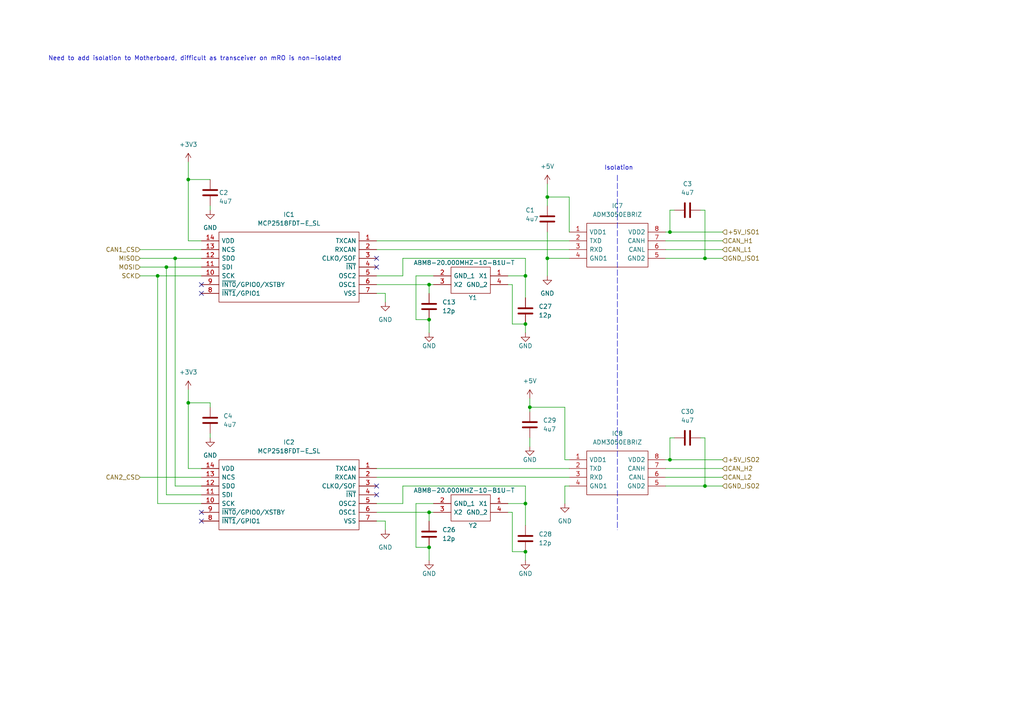
<source format=kicad_sch>
(kicad_sch (version 20211123) (generator eeschema)
  (paper "A4")
  (lib_symbols
    (symbol "Device:C" (pin_numbers hide) (pin_names (offset 0.254))
      (property "Reference" "C" (at 0.635 2.54 0))
      (property "Value" "C" (at 0.635 -2.54 0))
      (symbol "C_0_1"
        (polyline (pts (xy -2.032 -0.762) (xy 2.032 -0.762)) (stroke (width 0.508)))
        (polyline (pts (xy -2.032 0.762) (xy 2.032 0.762)) (stroke (width 0.508)))
      )
      (symbol "C_1_1"
        (pin passive line (at 0 3.81 270) (length 2.794) (name "~") (number "1"))
        (pin passive line (at 0 -3.81 90) (length 2.794) (name "~") (number "2"))
      )
    )
    (symbol "MAG_CAN_Transceivers:ADM3050EBRIZ" (pin_names (offset 0.762))
      (property "Reference" "IC" (at 24.13 7.62 0))
      (property "Value" "ADM3050EBRIZ" (at 24.13 5.08 0))
      (symbol "ADM3050EBRIZ_0_0"
        (pin passive line (at 0 0 0) (length 5.08) (name "VDD1") (number "1"))
        (pin passive line (at 0 -2.54 0) (length 5.08) (name "TXD") (number "2"))
        (pin passive line (at 0 -5.08 0) (length 5.08) (name "RXD") (number "3"))
        (pin passive line (at 0 -7.62 0) (length 5.08) (name "GND1") (number "4"))
        (pin passive line (at 27.94 -7.62 180) (length 5.08) (name "GND2") (number "5"))
        (pin passive line (at 27.94 -5.08 180) (length 5.08) (name "CANL") (number "6"))
        (pin passive line (at 27.94 -2.54 180) (length 5.08) (name "CANH") (number "7"))
        (pin passive line (at 27.94 0 180) (length 5.08) (name "VDD2") (number "8"))
      )
      (symbol "ADM3050EBRIZ_0_1"
        (polyline (pts (xy 5.08 2.54) (xy 22.86 2.54) (xy 22.86 -10.16) (xy 5.08 -10.16) (xy 5.08 2.54)) (stroke (width 0.1524)))
      )
    )
    (symbol "MAG_CAN_Transceivers:MCP2518FDT-E_SL" (pin_names (offset 0.762))
      (property "Reference" "IC" (at 46.99 7.62 0))
      (property "Value" "MCP2518FDT-E_SL" (at 46.99 5.08 0))
      (symbol "MCP2518FDT-E_SL_0_0"
        (pin passive line (at 0 0 0) (length 5.08) (name "TXCAN") (number "1"))
        (pin passive line (at 50.8 -10.16 180) (length 5.08) (name "SCK") (number "10"))
        (pin passive line (at 50.8 -7.62 180) (length 5.08) (name "SDI") (number "11"))
        (pin passive line (at 50.8 -5.08 180) (length 5.08) (name "SDO") (number "12"))
        (pin passive line (at 50.8 -2.54 180) (length 5.08) (name "NCS") (number "13"))
        (pin passive line (at 50.8 0 180) (length 5.08) (name "VDD") (number "14"))
        (pin passive line (at 0 -2.54 0) (length 5.08) (name "RXCAN") (number "2"))
        (pin passive line (at 0 -5.08 0) (length 5.08) (name "CLKO/SOF") (number "3"))
        (pin passive line (at 0 -7.62 0) (length 5.08) (name "~{INT}") (number "4"))
        (pin passive line (at 0 -10.16 0) (length 5.08) (name "OSC2") (number "5"))
        (pin passive line (at 0 -12.7 0) (length 5.08) (name "OSC1") (number "6"))
        (pin passive line (at 0 -15.24 0) (length 5.08) (name "VSS") (number "7"))
        (pin passive line (at 50.8 -15.24 180) (length 5.08) (name "~{INT1}/GPIO1") (number "8"))
        (pin passive line (at 50.8 -12.7 180) (length 5.08) (name "~{INT0}/GPIO0/XSTBY") (number "9"))
      )
      (symbol "MCP2518FDT-E_SL_0_1"
        (polyline (pts (xy 5.08 2.54) (xy 45.72 2.54) (xy 45.72 -17.78) (xy 5.08 -17.78) (xy 5.08 2.54)) (stroke (width 0.1524)))
      )
    )
    (symbol "MAG_Crystals:ABM8-20.000MHZ-10-B1U-T" (pin_names (offset 0.762))
      (property "Reference" "Y" (at 26.67 7.62 0))
      (property "Value" "ABM8-20.000MHZ-10-B1U-T" (at 26.67 5.08 0))
      (symbol "ABM8-20.000MHZ-10-B1U-T_0_0"
        (pin passive line (at 0 -2.54 0) (length 5.08) (name "X1") (number "1"))
        (pin passive line (at 21.59 -2.54 180) (length 5.08) (name "GND_1") (number "2"))
        (pin passive line (at 21.59 0 180) (length 5.08) (name "X2") (number "3"))
        (pin passive line (at 0 0 0) (length 5.08) (name "GND_2") (number "4"))
      )
      (symbol "ABM8-20.000MHZ-10-B1U-T_0_1"
        (polyline (pts (xy 5.08 2.54) (xy 16.51 2.54) (xy 16.51 -5.08) (xy 5.08 -5.08) (xy 5.08 2.54)) (stroke (width 0.1524)))
      )
    )
    (symbol "power:+3V3" (power) (pin_names (offset 0))
      (property "Value" "+3V3" (at 0 3.556 0))
      (symbol "+3V3_0_1"
        (polyline (pts (xy -0.762 1.27) (xy 0 2.54)))
        (polyline (pts (xy 0 0) (xy 0 2.54)))
        (polyline (pts (xy 0 2.54) (xy 0.762 1.27)))
      )
      (symbol "+3V3_1_1"
        (pin power_in line (at 0 0 90) (length 0) hide (name "+3V3") (number "1"))
      )
    )
    (symbol "power:+5V" (power) (pin_names (offset 0))
      (property "Value" "+5V" (at 0 3.556 0))
      (symbol "+5V_0_1"
        (polyline (pts (xy -0.762 1.27) (xy 0 2.54)))
        (polyline (pts (xy 0 0) (xy 0 2.54)))
        (polyline (pts (xy 0 2.54) (xy 0.762 1.27)))
      )
      (symbol "+5V_1_1"
        (pin power_in line (at 0 0 90) (length 0) hide (name "+5V") (number "1"))
      )
    )
    (symbol "power:GND" (power) (pin_names (offset 0))
      (property "Value" "GND" (at 0 -3.81 0))
      (symbol "GND_0_1"
        (polyline (pts (xy 0 0) (xy 0 -1.27) (xy 1.27 -1.27) (xy 0 -2.54) (xy -1.27 -1.27) (xy 0 -1.27)))
      )
      (symbol "GND_1_1"
        (pin power_in line (at 0 0 270) (length 0) hide (name "GND") (number "1"))
      )
    )
  )
  (junction (at 124.46 148.59))
  (junction (at 48.26 77.47))
  (junction (at 124.46 92.71))
  (junction (at 50.8 74.93))
  (junction (at 124.46 158.75))
  (junction (at 152.4 93.98))
  (junction (at 158.75 74.93))
  (junction (at 153.67 118.11))
  (junction (at 152.4 80.01))
  (junction (at 194.31 67.31))
  (junction (at 54.61 52.07))
  (junction (at 204.47 74.93))
  (junction (at 204.47 140.97))
  (junction (at 124.46 82.55))
  (junction (at 152.4 146.05))
  (junction (at 152.4 160.02))
  (junction (at 194.31 133.35))
  (junction (at 54.61 116.84))
  (junction (at 45.72 80.01))
  (junction (at 158.75 57.15))
  (no_connect (at 58.42 151.13))
  (no_connect (at 58.42 85.09))
  (no_connect (at 109.22 74.93))
  (no_connect (at 109.22 77.47))
  (no_connect (at 58.42 82.55))
  (no_connect (at 109.22 140.97))
  (no_connect (at 109.22 143.51))
  (no_connect (at 58.42 148.59))
  (wire (pts (xy 120.65 158.75) (xy 124.46 158.75)))
  (wire (pts (xy 194.31 127) (xy 194.31 133.35)))
  (wire (pts (xy 163.83 133.35) (xy 163.83 118.11)))
  (polyline (pts (xy 179.07 50.8) (xy 179.07 153.67)))
  (wire (pts (xy 54.61 116.84) (xy 54.61 135.89)))
  (wire (pts (xy 60.96 52.07) (xy 54.61 52.07)))
  (wire (pts (xy 193.04 135.89) (xy 209.55 135.89)))
  (wire (pts (xy 111.76 151.13) (xy 109.22 151.13)))
  (wire (pts (xy 148.59 82.55) (xy 148.59 93.98)))
  (wire (pts (xy 40.64 74.93) (xy 50.8 74.93)))
  (wire (pts (xy 60.96 116.84) (xy 54.61 116.84)))
  (wire (pts (xy 152.4 160.02) (xy 148.59 160.02)))
  (wire (pts (xy 40.64 80.01) (xy 45.72 80.01)))
  (wire (pts (xy 40.64 77.47) (xy 48.26 77.47)))
  (wire (pts (xy 120.65 92.71) (xy 124.46 92.71)))
  (wire (pts (xy 204.47 60.96) (xy 203.2 60.96)))
  (wire (pts (xy 116.84 74.93) (xy 152.4 74.93)))
  (wire (pts (xy 165.1 67.31) (xy 165.1 57.15)))
  (wire (pts (xy 58.42 146.05) (xy 45.72 146.05)))
  (wire (pts (xy 58.42 143.51) (xy 48.26 143.51)))
  (wire (pts (xy 124.46 82.55) (xy 124.46 85.09)))
  (wire (pts (xy 50.8 74.93) (xy 58.42 74.93)))
  (wire (pts (xy 58.42 140.97) (xy 50.8 140.97)))
  (wire (pts (xy 45.72 80.01) (xy 58.42 80.01)))
  (wire (pts (xy 165.1 57.15) (xy 158.75 57.15)))
  (wire (pts (xy 60.96 59.69) (xy 60.96 60.96)))
  (wire (pts (xy 204.47 74.93) (xy 209.55 74.93)))
  (wire (pts (xy 109.22 148.59) (xy 124.46 148.59)))
  (wire (pts (xy 116.84 80.01) (xy 116.84 74.93)))
  (wire (pts (xy 124.46 148.59) (xy 124.46 151.13)))
  (wire (pts (xy 204.47 127) (xy 203.2 127)))
  (wire (pts (xy 111.76 87.63) (xy 111.76 85.09)))
  (wire (pts (xy 116.84 140.97) (xy 152.4 140.97)))
  (wire (pts (xy 194.31 67.31) (xy 209.55 67.31)))
  (wire (pts (xy 111.76 153.67) (xy 111.76 151.13)))
  (wire (pts (xy 124.46 158.75) (xy 124.46 162.56)))
  (wire (pts (xy 158.75 74.93) (xy 158.75 80.01)))
  (wire (pts (xy 50.8 74.93) (xy 50.8 140.97)))
  (wire (pts (xy 40.64 72.39) (xy 58.42 72.39)))
  (wire (pts (xy 158.75 53.34) (xy 158.75 57.15)))
  (wire (pts (xy 204.47 140.97) (xy 209.55 140.97)))
  (wire (pts (xy 109.22 138.43) (xy 165.1 138.43)))
  (wire (pts (xy 204.47 60.96) (xy 204.47 74.93)))
  (wire (pts (xy 147.32 80.01) (xy 152.4 80.01)))
  (wire (pts (xy 148.59 148.59) (xy 148.59 160.02)))
  (wire (pts (xy 124.46 92.71) (xy 124.46 96.52)))
  (wire (pts (xy 152.4 93.98) (xy 148.59 93.98)))
  (wire (pts (xy 163.83 140.97) (xy 163.83 146.05)))
  (wire (pts (xy 193.04 67.31) (xy 194.31 67.31)))
  (wire (pts (xy 152.4 146.05) (xy 152.4 152.4)))
  (wire (pts (xy 148.59 82.55) (xy 147.32 82.55)))
  (wire (pts (xy 193.04 69.85) (xy 209.55 69.85)))
  (wire (pts (xy 152.4 140.97) (xy 152.4 146.05)))
  (wire (pts (xy 204.47 127) (xy 204.47 140.97)))
  (wire (pts (xy 125.73 82.55) (xy 124.46 82.55)))
  (wire (pts (xy 152.4 74.93) (xy 152.4 80.01)))
  (wire (pts (xy 120.65 146.05) (xy 120.65 158.75)))
  (wire (pts (xy 158.75 57.15) (xy 158.75 59.69)))
  (wire (pts (xy 194.31 133.35) (xy 209.55 133.35)))
  (wire (pts (xy 158.75 74.93) (xy 165.1 74.93)))
  (wire (pts (xy 54.61 46.99) (xy 54.61 52.07)))
  (wire (pts (xy 58.42 69.85) (xy 54.61 69.85)))
  (wire (pts (xy 193.04 138.43) (xy 209.55 138.43)))
  (wire (pts (xy 194.31 60.96) (xy 194.31 67.31)))
  (wire (pts (xy 54.61 52.07) (xy 54.61 69.85)))
  (wire (pts (xy 109.22 82.55) (xy 124.46 82.55)))
  (wire (pts (xy 48.26 143.51) (xy 48.26 77.47)))
  (wire (pts (xy 109.22 135.89) (xy 165.1 135.89)))
  (wire (pts (xy 111.76 85.09) (xy 109.22 85.09)))
  (wire (pts (xy 152.4 80.01) (xy 152.4 86.36)))
  (wire (pts (xy 193.04 140.97) (xy 204.47 140.97)))
  (wire (pts (xy 193.04 74.93) (xy 204.47 74.93)))
  (wire (pts (xy 40.64 138.43) (xy 58.42 138.43)))
  (wire (pts (xy 152.4 160.02) (xy 152.4 162.56)))
  (wire (pts (xy 125.73 80.01) (xy 120.65 80.01)))
  (wire (pts (xy 153.67 118.11) (xy 163.83 118.11)))
  (wire (pts (xy 125.73 146.05) (xy 120.65 146.05)))
  (wire (pts (xy 165.1 140.97) (xy 163.83 140.97)))
  (wire (pts (xy 109.22 72.39) (xy 165.1 72.39)))
  (wire (pts (xy 109.22 80.01) (xy 116.84 80.01)))
  (wire (pts (xy 125.73 148.59) (xy 124.46 148.59)))
  (wire (pts (xy 148.59 148.59) (xy 147.32 148.59)))
  (wire (pts (xy 109.22 69.85) (xy 165.1 69.85)))
  (wire (pts (xy 48.26 77.47) (xy 58.42 77.47)))
  (wire (pts (xy 153.67 127) (xy 153.67 129.54)))
  (wire (pts (xy 194.31 60.96) (xy 195.58 60.96)))
  (wire (pts (xy 194.31 127) (xy 195.58 127)))
  (wire (pts (xy 60.96 118.11) (xy 60.96 116.84)))
  (wire (pts (xy 193.04 72.39) (xy 209.55 72.39)))
  (wire (pts (xy 153.67 115.57) (xy 153.67 118.11)))
  (wire (pts (xy 109.22 146.05) (xy 116.84 146.05)))
  (wire (pts (xy 45.72 80.01) (xy 45.72 146.05)))
  (wire (pts (xy 116.84 146.05) (xy 116.84 140.97)))
  (wire (pts (xy 165.1 133.35) (xy 163.83 133.35)))
  (wire (pts (xy 120.65 80.01) (xy 120.65 92.71)))
  (wire (pts (xy 158.75 67.31) (xy 158.75 74.93)))
  (wire (pts (xy 60.96 125.73) (xy 60.96 127)))
  (wire (pts (xy 54.61 113.03) (xy 54.61 116.84)))
  (wire (pts (xy 153.67 118.11) (xy 153.67 119.38)))
  (wire (pts (xy 193.04 133.35) (xy 194.31 133.35)))
  (wire (pts (xy 147.32 146.05) (xy 152.4 146.05)))
  (wire (pts (xy 152.4 93.98) (xy 152.4 96.52)))
  (wire (pts (xy 54.61 135.89) (xy 58.42 135.89)))
  (text "Isolation" (at 175.26 49.53 0) (effects (font (size 1.27 1.27)) (justify left bottom)))
  (text "Need to add isolation to Motherboard, difficult as transceiver on mRO is non-isolated" (at 13.97 17.78 0) (effects (font (size 1.27 1.27)) (justify left bottom)))
  (hierarchical_label "CAN2_CS" (shape input) (at 40.64 138.43 180))
  (hierarchical_label "GND_ISO1" (shape input) (at 209.55 74.93 0))
  (hierarchical_label "CAN_L2" (shape input) (at 209.55 138.43 0))
  (hierarchical_label "CAN_L1" (shape input) (at 209.55 72.39 0))
  (hierarchical_label "CAN1_CS" (shape input) (at 40.64 72.39 180))
  (hierarchical_label "MISO" (shape input) (at 40.64 74.93 180))
  (hierarchical_label "+5V_ISO1" (shape input) (at 209.55 67.31 0))
  (hierarchical_label "SCK" (shape input) (at 40.64 80.01 180))
  (hierarchical_label "CAN_H1" (shape input) (at 209.55 69.85 0))
  (hierarchical_label "MOSI" (shape input) (at 40.64 77.47 180))
  (hierarchical_label "CAN_H2" (shape input) (at 209.55 135.89 0))
  (hierarchical_label "GND_ISO2" (shape input) (at 209.55 140.97 0))
  (hierarchical_label "+5V_ISO2" (shape input) (at 209.55 133.35 0))
  (symbol (lib_id "power:GND") (at 158.75 80.01 0) (unit 1)
    (property "Reference" "#PWR0106" (effects hide))
    (property "Value" "GND" (at 158.75 85.09 0))
  )
  (symbol (lib_id "power:+3V3") (at 54.61 46.99 0) (unit 1)
    (property "Reference" "#PWR0159" (effects hide))
    (property "Value" "+3V3" (at 54.61 41.91 0))
  )
  (symbol (lib_id "MAG_CAN_Transceivers:MCP2518FDT-E_SL") (at 109.22 69.85 0) (mirror y) (unit 1)
    (property "Reference" "IC1" (at 83.82 62.23 0))
    (property "Value" "MCP2518FDT-E_SL" (at 83.82 64.77 0))
    (property "Footprint" "SOIC127P600X175-14N" (effects hide))
    (property "Datasheet" "https://datasheet.datasheetarchive.com/originals/distributors/Datasheets_SAMA/744760637e861ab0ee43f380fa65a694.pdf" (effects hide))
    (property "Description" "CAN Interface IC Stand-alone Low Power CAN FD Controller w/SPI Interface Grade1" (effects hide))
    (property "Height" "1.75" (effects hide))
    (property "Mouser Part Number" "579-MCP2518FDT-E/SL" (effects hide))
    (property "Mouser Price/Stock" "https://www.mouser.co.uk/ProductDetail/Microchip-Technology/MCP2518FDT-E-SL?qs=T3oQrply3y%2F7g%252BYAgK9Bdg%3D%3D" (effects hide))
    (property "Manufacturer_Name" "Microchip" (effects hide))
    (property "Manufacturer_Part_Number" "MCP2518FDT-E/SL" (effects hide))
  )
  (symbol (lib_id "power:GND") (at 152.4 162.56 0) (unit 1)
    (property "Reference" "#PWR0153" (effects hide))
    (property "Value" "GND" (at 152.4 166.37 0))
  )
  (symbol (lib_id "power:GND") (at 111.76 153.67 0) (unit 1)
    (property "Reference" "#PWR0107" (effects hide))
    (property "Value" "GND" (at 111.76 158.75 0))
  )
  (symbol (lib_id "power:GND") (at 152.4 96.52 0) (unit 1)
    (property "Reference" "#PWR0157" (effects hide))
    (property "Value" "GND" (at 152.4 100.33 0))
  )
  (symbol (lib_id "Device:C") (at 199.39 127 90) (unit 1)
    (property "Reference" "C30" (at 199.39 119.38 90))
    (property "Value" "4u7" (at 199.39 121.92 90))
    (property "Footprint" "Capacitor_SMD:C_0603_1608Metric" (effects hide))
  )
  (symbol (lib_id "power:+5V") (at 158.75 53.34 0) (unit 1)
    (property "Reference" "#PWR0103" (effects hide))
    (property "Value" "+5V" (at 158.75 48.26 0))
  )
  (symbol (lib_id "MAG_CAN_Transceivers:MCP2518FDT-E_SL") (at 109.22 135.89 0) (mirror y) (unit 1)
    (property "Reference" "IC2" (at 83.82 128.27 0))
    (property "Value" "MCP2518FDT-E_SL" (at 83.82 130.81 0))
    (property "Footprint" "SOIC127P600X175-14N" (effects hide))
    (property "Datasheet" "https://datasheet.datasheetarchive.com/originals/distributors/Datasheets_SAMA/744760637e861ab0ee43f380fa65a694.pdf" (effects hide))
    (property "Description" "CAN Interface IC Stand-alone Low Power CAN FD Controller w/SPI Interface Grade1" (effects hide))
    (property "Height" "1.75" (effects hide))
    (property "Mouser Part Number" "579-MCP2518FDT-E/SL" (effects hide))
    (property "Mouser Price/Stock" "https://www.mouser.co.uk/ProductDetail/Microchip-Technology/MCP2518FDT-E-SL?qs=T3oQrply3y%2F7g%252BYAgK9Bdg%3D%3D" (effects hide))
    (property "Manufacturer_Name" "Microchip" (effects hide))
    (property "Manufacturer_Part_Number" "MCP2518FDT-E/SL" (effects hide))
  )
  (symbol (lib_id "Device:C") (at 152.4 90.17 0) (unit 1)
    (property "Reference" "C27" (at 156.21 88.8999 0) (effects (justify left)))
    (property "Value" "12p" (at 156.21 91.4399 0) (effects (justify left)))
    (property "Footprint" "Capacitor_SMD:C_0603_1608Metric" (effects hide))
  )
  (symbol (lib_id "MAG_CAN_Transceivers:ADM3050EBRIZ") (at 165.1 133.35 0) (unit 1)
    (property "Reference" "IC8" (at 179.07 125.73 0))
    (property "Value" "ADM3050EBRIZ" (at 179.07 128.27 0))
    (property "Footprint" "SOIC127P1031X265-8N" (effects hide))
    (property "Description" "CAN Interface IC" (effects hide))
    (property "Height" "2.65" (effects hide))
    (property "Mouser Part Number" "584-ADM3050EBRIZ" (effects hide))
    (property "Mouser Price/Stock" "https://www.mouser.co.uk/ProductDetail/Analog-Devices/ADM3050EBRIZ?qs=P1JMDcb91o7QWLbXtXYo%2Fw%3D%3D" (effects hide))
    (property "Manufacturer_Name" "Analog Devices" (effects hide))
    (property "Manufacturer_Part_Number" "ADM3050EBRIZ" (effects hide))
  )
  (symbol (lib_id "MAG_CAN_Transceivers:ADM3050EBRIZ") (at 165.1 67.31 0) (unit 1)
    (property "Reference" "IC7" (at 179.07 59.69 0))
    (property "Value" "ADM3050EBRIZ" (at 179.07 62.23 0))
    (property "Footprint" "SOIC127P1031X265-8N" (effects hide))
    (property "Description" "CAN Interface IC" (effects hide))
    (property "Height" "2.65" (effects hide))
    (property "Mouser Part Number" "584-ADM3050EBRIZ" (effects hide))
    (property "Mouser Price/Stock" "https://www.mouser.co.uk/ProductDetail/Analog-Devices/ADM3050EBRIZ?qs=P1JMDcb91o7QWLbXtXYo%2Fw%3D%3D" (effects hide))
    (property "Manufacturer_Name" "Analog Devices" (effects hide))
    (property "Manufacturer_Part_Number" "ADM3050EBRIZ" (effects hide))
  )
  (symbol (lib_id "MAG_Crystals:ABM8-20.000MHZ-10-B1U-T") (at 147.32 148.59 180) (unit 1)
    (property "Reference" "Y2" (at 137.16 152.4 0))
    (property "Value" "ABM8-20.000MHZ-10-B1U-T" (at 134.62 142.24 0))
    (property "Footprint" "ABM810000MHZ12D2W" (effects hide))
    (property "Datasheet" "https://componentsearchengine.com/Datasheets/1/ABM8-20.000MHz-10-B1U-T.pdf" (effects hide))
    (property "Description" "20 MHz +/-10ppm Crystal 10pF 50 Ohms 4-SMD, No Lead" (effects hide))
    (property "Height" "0.8" (effects hide))
    (property "Mouser Part Number" "815-M820000MHZ10B1UT" (effects hide))
    (property "Mouser Price/Stock" "https://www.mouser.com/Search/Refine.aspx?Keyword=815-M820000MHZ10B1UT" (effects hide))
    (property "Manufacturer_Name" "ABRACON" (effects hide))
    (property "Manufacturer_Part_Number" "ABM8-20.000MHZ-10-B1U-T" (effects hide))
  )
  (symbol (lib_id "power:GND") (at 153.67 129.54 0) (unit 1)
    (property "Reference" "#PWR0152" (effects hide))
    (property "Value" "GND" (at 153.67 133.35 0))
  )
  (symbol (lib_id "Device:C") (at 158.75 63.5 0) (unit 1)
    (property "Reference" "C1" (at 152.4 60.96 0) (effects (justify left)))
    (property "Value" "4u7" (at 152.4 63.5 0) (effects (justify left)))
    (property "Footprint" "Capacitor_SMD:C_0603_1608Metric" (effects hide))
  )
  (symbol (lib_id "Device:C") (at 152.4 156.21 0) (unit 1)
    (property "Reference" "C28" (at 156.21 154.9399 0) (effects (justify left)))
    (property "Value" "12p" (at 156.21 157.4799 0) (effects (justify left)))
    (property "Footprint" "Capacitor_SMD:C_0603_1608Metric" (effects hide))
  )
  (symbol (lib_id "power:GND") (at 111.76 87.63 0) (unit 1)
    (property "Reference" "#PWR0156" (effects hide))
    (property "Value" "GND" (at 111.76 92.71 0))
  )
  (symbol (lib_id "Device:C") (at 60.96 121.92 0) (unit 1)
    (property "Reference" "C4" (at 64.77 120.65 0) (effects (justify left)))
    (property "Value" "4u7" (at 64.77 123.19 0) (effects (justify left)))
    (property "Footprint" "Capacitor_SMD:C_0603_1608Metric" (effects hide))
  )
  (symbol (lib_id "Device:C") (at 124.46 88.9 0) (unit 1)
    (property "Reference" "C13" (at 128.27 87.6299 0) (effects (justify left)))
    (property "Value" "12p" (at 128.27 90.1699 0) (effects (justify left)))
    (property "Footprint" "Capacitor_SMD:C_0603_1608Metric" (effects hide))
  )
  (symbol (lib_id "power:GND") (at 124.46 162.56 0) (unit 1)
    (property "Reference" "#PWR0105" (effects hide))
    (property "Value" "GND" (at 124.46 166.37 0))
  )
  (symbol (lib_id "Device:C") (at 199.39 60.96 90) (unit 1)
    (property "Reference" "C3" (at 199.39 53.34 90))
    (property "Value" "4u7" (at 199.39 55.88 90))
    (property "Footprint" "Capacitor_SMD:C_0603_1608Metric" (effects hide))
  )
  (symbol (lib_id "MAG_Crystals:ABM8-20.000MHZ-10-B1U-T") (at 147.32 82.55 180) (unit 1)
    (property "Reference" "Y1" (at 137.16 86.36 0))
    (property "Value" "ABM8-20.000MHZ-10-B1U-T" (at 134.62 76.2 0))
    (property "Footprint" "ABM810000MHZ12D2W" (effects hide))
    (property "Datasheet" "https://componentsearchengine.com/Datasheets/1/ABM8-20.000MHz-10-B1U-T.pdf" (effects hide))
    (property "Description" "20 MHz +/-10ppm Crystal 10pF 50 Ohms 4-SMD, No Lead" (effects hide))
    (property "Height" "0.8" (effects hide))
    (property "Mouser Part Number" "815-M820000MHZ10B1UT" (effects hide))
    (property "Mouser Price/Stock" "https://www.mouser.com/Search/Refine.aspx?Keyword=815-M820000MHZ10B1UT" (effects hide))
    (property "Manufacturer_Name" "ABRACON" (effects hide))
    (property "Manufacturer_Part_Number" "ABM8-20.000MHZ-10-B1U-T" (effects hide))
  )
  (symbol (lib_id "power:GND") (at 60.96 60.96 0) (unit 1)
    (property "Reference" "#PWR0158" (effects hide))
    (property "Value" "GND" (at 60.96 66.04 0))
  )
  (symbol (lib_id "Device:C") (at 124.46 154.94 0) (unit 1)
    (property "Reference" "C26" (at 128.27 153.6699 0) (effects (justify left)))
    (property "Value" "12p" (at 128.27 156.2099 0) (effects (justify left)))
    (property "Footprint" "Capacitor_SMD:C_0603_1608Metric" (effects hide))
  )
  (symbol (lib_id "power:GND") (at 60.96 127 0) (unit 1)
    (property "Reference" "#PWR0104" (effects hide))
    (property "Value" "GND" (at 60.96 132.08 0))
  )
  (symbol (lib_id "power:+5V") (at 153.67 115.57 0) (unit 1)
    (property "Reference" "#PWR0134" (effects hide))
    (property "Value" "+5V" (at 153.67 110.49 0))
  )
  (symbol (lib_id "Device:C") (at 60.96 55.88 0) (unit 1)
    (property "Reference" "C2" (at 63.5 55.88 0) (effects (justify left)))
    (property "Value" "4u7" (at 63.5 58.42 0) (effects (justify left)))
    (property "Footprint" "Capacitor_SMD:C_0603_1608Metric" (effects hide))
  )
  (symbol (lib_id "power:GND") (at 124.46 96.52 0) (unit 1)
    (property "Reference" "#PWR0155" (effects hide))
    (property "Value" "GND" (at 124.46 100.33 0))
  )
  (symbol (lib_id "power:GND") (at 163.83 146.05 0) (unit 1)
    (property "Reference" "#PWR0154" (effects hide))
    (property "Value" "GND" (at 163.83 151.13 0))
  )
  (symbol (lib_id "Device:C") (at 153.67 123.19 0) (unit 1)
    (property "Reference" "C29" (at 157.48 121.9199 0) (effects (justify left)))
    (property "Value" "4u7" (at 157.48 124.4599 0) (effects (justify left)))
    (property "Footprint" "Capacitor_SMD:C_0603_1608Metric" (effects hide))
  )
  (symbol (lib_id "power:+3V3") (at 54.61 113.03 0) (unit 1)
    (property "Reference" "#PWR0102" (effects hide))
    (property "Value" "+3V3" (at 54.61 107.95 0))
  )
)
</source>
